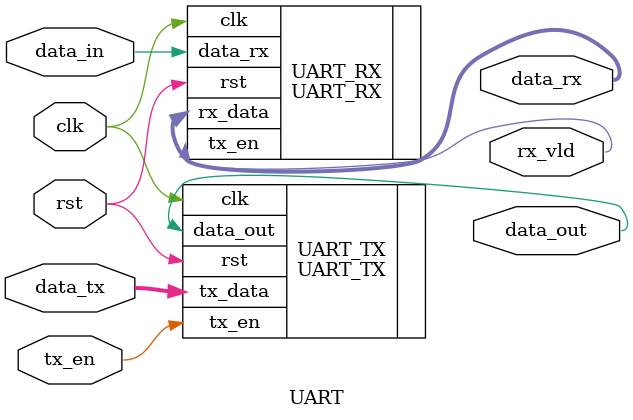
<source format=v>
`timescale 1ns / 1ps
module UART(
	//system signal
    input				clk,
    input				rst,
	//rx_in
    input				data_in,
	//tx_in
    input		[7:0] 	data_tx,
	input				tx_en,
	//tx_out
    output 				data_out,
	//rx_out
	output 		[7:0] 	data_rx,
	output				rx_vld//uart接收到,拉高一个周期
    );

    wire tx_en_ins;

    UART_RX UART_RX(
    .clk(clk),
    .rst(rst),
    .data_rx(data_in),

    .rx_data(data_rx),
    .tx_en(rx_vld)
    );
	
    UART_TX UART_TX(
    .clk(clk),
    .rst(rst),
    .tx_data(data_tx),
    .tx_en(tx_en),

    .data_out(data_out)
    );


endmodule

</source>
